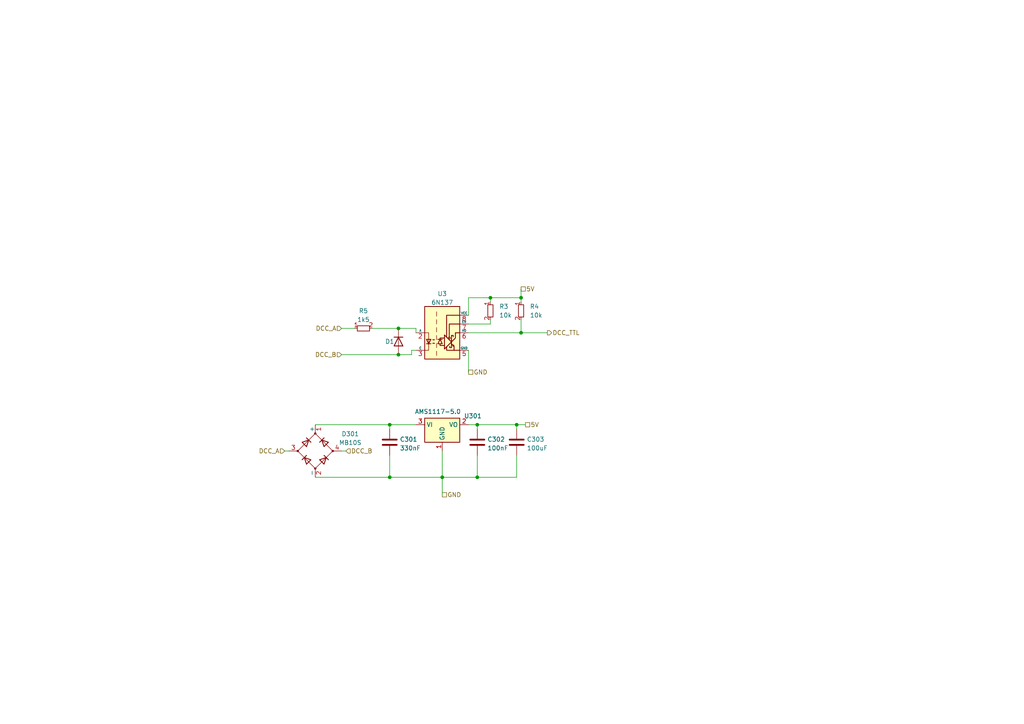
<source format=kicad_sch>
(kicad_sch (version 20231120) (generator "eeschema") (generator_version "8.0")
  (paper "A4")
  (lib_symbols
    (symbol "Device:C" (pin_numbers hide) (pin_names (offset 0.254))
      (property "Reference" "C" (at 0.635 2.54 0))
      (property "Value" "C" (at 0.635 -2.54 0))
      (symbol "C_0_1"
        (polyline (pts (xy -2.032 -0.762) (xy 2.032 -0.762)) (stroke (width 0.508)))
        (polyline (pts (xy -2.032 0.762) (xy 2.032 0.762)) (stroke (width 0.508)))
      )
      (symbol "C_1_1"
        (pin passive line (at 0 3.81 270) (length 2.794) (name "~") (number "1"))
        (pin passive line (at 0 -3.81 90) (length 2.794) (name "~") (number "2"))
      )
    )
    (symbol "Device:D" (pin_numbers hide) (pin_names (offset 1.016) hide)
      (property "Reference" "D" (at 0 2.54 0))
      (property "Value" "D" (at 0 -2.54 0))
      (symbol "D_0_1"
        (polyline (pts (xy -1.27 1.27) (xy -1.27 -1.27)) (stroke (width 0.254)))
        (polyline (pts (xy 1.27 0) (xy -1.27 0)))
        (polyline (pts (xy 1.27 1.27) (xy 1.27 -1.27) (xy -1.27 0) (xy 1.27 1.27)) (stroke (width 0.254)))
      )
      (symbol "D_1_1"
        (pin passive line (at -3.81 0 0) (length 2.54) (name "K") (number "1"))
        (pin passive line (at 3.81 0 180) (length 2.54) (name "A") (number "2"))
      )
    )
    (symbol "Isolator:6N137" (pin_names (offset 0))
      (property "Reference" "U" (at -4.064 8.89 0))
      (property "Value" "6N137" (at 0 -8.89 0))
      (symbol "6N137_0_1"
        (polyline (pts (xy 2.667 -3.556) (xy 2.667 -1.651)) (stroke (width 0.254)))
        (polyline (pts (xy 2.667 -2.159) (xy 2.667 -2.921)) (stroke (width 0.254)))
        (polyline (pts (xy 3.429 -3.937) (xy 3.429 -5.08)) (stroke (width 0.254)))
        (polyline (pts (xy -0.635 -3.302) (xy -0.635 -3.683) (xy 0.635 -3.683)) (stroke (width 0.254)))
        (polyline (pts (xy -0.635 -1.905) (xy -0.635 -1.524) (xy 0.508 -1.524)) (stroke (width 0.254)))
        (polyline (pts (xy 1.27 -4.064) (xy 1.27 -5.08) (xy 5.08 -5.08)) (stroke (width 0.254)))
        (polyline (pts (xy 1.27 -1.27) (xy 1.27 5.08) (xy 5.08 5.08)) (stroke (width 0.254)))
        (polyline (pts (xy 2.032 -1.27) (xy 2.032 2.54) (xy 5.08 2.54)) (stroke (width 0.254)))
        (polyline (pts (xy -5.08 -5.08) (xy -3.937 -5.08) (xy -3.937 0) (xy -5.08 0)))
        (polyline (pts (xy 2.667 -3.302) (xy 2.667 -4.318) (xy 2.159 -4.318) (xy 2.159 -3.937)) (stroke (width 0.254)))
        (polyline (pts (xy 2.667 -2.667) (xy 0.635 -4.699) (xy 0.635 -0.635) (xy 2.667 -2.667)) (stroke (width 0.254)))
        (polyline (pts (xy 2.667 -1.778) (xy 2.667 -0.762) (xy 3.175 -0.762) (xy 3.175 -1.143)) (stroke (width 0.254)))
        (polyline (pts (xy 2.794 -2.54) (xy 3.81 -1.524) (xy 3.81 0) (xy 5.08 0)) (stroke (width 0.254)))
        (polyline (pts (xy 2.667 -3.175) (xy 3.429 -3.937) (xy 3.302 -3.556) (xy 3.048 -3.81) (xy 3.429 -3.937)) (stroke (width 0.254)))
        (circle (center 2.032 -1.524) (radius 0.254) (stroke (width 0.254)))
      )
      (symbol "6N137_1_1"
        (rectangle (start -5.08 7.62) (end 5.08 -7.62) (stroke (width 0.254)) (fill (type background)))
        (polyline (pts (xy -4.572 -3.175) (xy -3.302 -3.175)) (stroke (width 0.254)))
        (polyline (pts (xy -1.651 -5.334) (xy -1.651 -6.604)))
        (polyline (pts (xy -1.651 -3.048) (xy -1.651 -4.318)))
        (polyline (pts (xy -1.651 -0.762) (xy -1.651 -2.032)))
        (polyline (pts (xy -1.651 1.524) (xy -1.651 0.254)))
        (polyline (pts (xy -1.651 3.81) (xy -1.651 2.54)))
        (polyline (pts (xy -1.651 6.096) (xy -1.651 4.826)))
        (polyline (pts (xy -1.27 -1.905) (xy 0 -1.905)) (stroke (width 0.254)))
        (polyline (pts (xy -3.937 -3.175) (xy -4.572 -1.905) (xy -3.302 -1.905) (xy -3.937 -3.175)) (stroke (width 0.254)))
        (polyline (pts (xy -0.635 -1.905) (xy -1.27 -3.175) (xy 0 -3.175) (xy -0.635 -1.905)) (stroke (width 0.254)))
        (polyline (pts (xy -2.921 -3.048) (xy -2.159 -3.048) (xy -2.54 -3.175) (xy -2.54 -2.921) (xy -2.159 -3.048)) (stroke (width 0.127)))
        (polyline (pts (xy -2.921 -2.032) (xy -2.159 -2.032) (xy -2.54 -2.159) (xy -2.54 -1.905) (xy -2.159 -2.032)) (stroke (width 0.127)))
        (pin no_connect line (at -5.08 5.08 0) (length 2.54) hide (name "NC") (number "1"))
        (pin passive line (at -7.62 0 0) (length 2.54) (name "A") (number "2"))
        (pin passive line (at -7.62 -5.08 0) (length 2.54) (name "C") (number "3"))
        (pin power_in line (at 7.62 -5.08 180) (length 2.54) (name "GND") (number "5"))
        (pin open_collector line (at 7.62 0 180) (length 2.54) (name "VO") (number "6"))
        (pin input line (at 7.62 2.54 180) (length 2.54) (name "EN") (number "7"))
        (pin power_in line (at 7.62 5.08 180) (length 2.54) (name "VCC") (number "8"))
      )
    )
    (symbol "custom_kicad_lib_sk:AMS1117-5.0"
      (property "Reference" "U" (at -3.81 3.175 0))
      (property "Value" "AMS1117-5.0" (at 0 3.175 0))
      (symbol "AMS1117-5.0_0_1"
        (rectangle (start -5.08 1.905) (end 5.08 -5.08) (stroke (width 0.254)) (fill (type background)))
      )
      (symbol "AMS1117-5.0_1_1"
        (pin power_in line (at 0 -7.62 90) (length 2.54) (name "GND") (number "1"))
        (pin power_out line (at 7.62 0 180) (length 2.54) (name "VO") (number "2"))
        (pin power_in line (at -7.62 0 0) (length 2.54) (name "VI") (number "3"))
      )
    )
    (symbol "custom_kicad_lib_sk:MB10S" (pin_names (offset 0))
      (property "Reference" "D" (at 2.54 6.985 0))
      (property "Value" "MB10S" (at 2.54 5.08 0))
      (symbol "MB10S_0_1"
        (circle (center -5.08 0) (radius 0.254) (fill (type outline)))
        (circle (center 0 -5.08) (radius 0.254) (fill (type outline)))
        (polyline (pts (xy -2.54 3.81) (xy -1.27 2.54)) (stroke (width 0.254)))
        (polyline (pts (xy -1.27 -2.54) (xy -2.54 -3.81)) (stroke (width 0.254)))
        (polyline (pts (xy 2.54 -1.27) (xy 3.81 -2.54)) (stroke (width 0.254)))
        (polyline (pts (xy 2.54 1.27) (xy 3.81 2.54)) (stroke (width 0.254)))
        (polyline (pts (xy -3.81 2.54) (xy -2.54 1.27) (xy -1.905 3.175) (xy -3.81 2.54)) (stroke (width 0.254)))
        (polyline (pts (xy -2.54 -1.27) (xy -3.81 -2.54) (xy -1.905 -3.175) (xy -2.54 -1.27)) (stroke (width 0.254)))
        (polyline (pts (xy 1.27 2.54) (xy 2.54 3.81) (xy 3.175 1.905) (xy 1.27 2.54)) (stroke (width 0.254)))
        (polyline (pts (xy 3.175 -1.905) (xy 1.27 -2.54) (xy 2.54 -3.81) (xy 3.175 -1.905)) (stroke (width 0.254)))
        (polyline (pts (xy -5.08 0) (xy 0 -5.08) (xy 5.08 0) (xy 0 5.08) (xy -5.08 0)))
        (circle (center 0 5.08) (radius 0.254) (fill (type outline)))
        (circle (center 5.08 0) (radius 0.254) (fill (type outline)))
      )
      (symbol "MB10S_1_1"
        (pin passive line (at 7.62 0 180) (length 2.54) (name "+") (number "1"))
        (pin passive line (at -7.62 0 0) (length 2.54) (name "-") (number "2"))
        (pin passive line (at 0 7.62 270) (length 2.54) (name "~") (number "3"))
        (pin passive line (at 0 -7.62 90) (length 2.54) (name "~") (number "4"))
      )
    )
    (symbol "resistors_0603:R_10k_0603"
      (property "Reference" "R" (at 1.27 2.54 0))
      (property "Value" "10k" (at 2.54 -2.54 0))
      (symbol "R_10k_0603_0_1"
        (rectangle (start -0.762 1.778) (end 0.762 -1.778) (stroke (width 0.2032)))
      )
      (symbol "R_10k_0603_1_1"
        (pin passive line (at 0 2.54 270) (length 0.762) (name "~") (number "1"))
        (pin passive line (at 0 -2.54 90) (length 0.762) (name "~") (number "2"))
      )
    )
    (symbol "resistors_0603:R_1k5_0603"
      (property "Reference" "R" (at 1.27 2.54 0))
      (property "Value" "1k5" (at 2.54 -2.54 0))
      (symbol "R_1k5_0603_0_1"
        (rectangle (start -0.762 1.778) (end 0.762 -1.778) (stroke (width 0.2032)))
      )
      (symbol "R_1k5_0603_1_1"
        (pin passive line (at 0 2.54 270) (length 0.762) (name "~") (number "1"))
        (pin passive line (at 0 -2.54 90) (length 0.762) (name "~") (number "2"))
      )
    )
  )
  (junction (at 138.43 138.43))
  (junction (at 115.57 102.87))
  (junction (at 151.13 96.52))
  (junction (at 115.57 95.25))
  (junction (at 113.03 138.43))
  (junction (at 149.86 123.19))
  (junction (at 151.13 86.36))
  (junction (at 138.43 123.19))
  (junction (at 113.03 123.19))
  (junction (at 142.24 86.36))
  (junction (at 128.27 138.43))
  (wire (pts (xy 151.13 83.82) (xy 151.13 86.36)))
  (wire (pts (xy 135.89 101.6) (xy 135.89 107.95)))
  (wire (pts (xy 149.86 132.08) (xy 149.86 138.43)))
  (wire (pts (xy 113.03 123.19) (xy 120.65 123.19)))
  (wire (pts (xy 138.43 124.46) (xy 138.43 123.19)))
  (wire (pts (xy 82.55 130.81) (xy 83.82 130.81)))
  (wire (pts (xy 151.13 96.52) (xy 158.75 96.52)))
  (wire (pts (xy 142.24 86.36) (xy 142.24 87.63)))
  (wire (pts (xy 142.24 92.71) (xy 142.24 93.98)))
  (wire (pts (xy 128.27 130.81) (xy 128.27 138.43)))
  (wire (pts (xy 151.13 86.36) (xy 151.13 87.63)))
  (wire (pts (xy 113.03 123.19) (xy 113.03 124.46)))
  (wire (pts (xy 135.89 96.52) (xy 151.13 96.52)))
  (wire (pts (xy 128.27 138.43) (xy 138.43 138.43)))
  (wire (pts (xy 142.24 86.36) (xy 151.13 86.36)))
  (wire (pts (xy 115.57 95.25) (xy 120.65 95.25)))
  (wire (pts (xy 149.86 123.19) (xy 152.4 123.19)))
  (wire (pts (xy 128.27 138.43) (xy 128.27 143.51)))
  (wire (pts (xy 91.44 138.43) (xy 113.03 138.43)))
  (wire (pts (xy 115.57 102.87) (xy 119.38 102.87)))
  (wire (pts (xy 135.89 86.36) (xy 142.24 86.36)))
  (wire (pts (xy 113.03 132.08) (xy 113.03 138.43)))
  (wire (pts (xy 119.38 101.6) (xy 119.38 102.87)))
  (wire (pts (xy 99.06 102.87) (xy 115.57 102.87)))
  (wire (pts (xy 138.43 132.08) (xy 138.43 138.43)))
  (wire (pts (xy 120.65 96.52) (xy 120.65 95.25)))
  (wire (pts (xy 138.43 138.43) (xy 149.86 138.43)))
  (wire (pts (xy 149.86 124.46) (xy 149.86 123.19)))
  (wire (pts (xy 138.43 123.19) (xy 149.86 123.19)))
  (wire (pts (xy 135.89 93.98) (xy 142.24 93.98)))
  (wire (pts (xy 135.89 91.44) (xy 135.89 86.36)))
  (wire (pts (xy 135.89 123.19) (xy 138.43 123.19)))
  (wire (pts (xy 91.44 123.19) (xy 113.03 123.19)))
  (wire (pts (xy 99.06 130.81) (xy 100.33 130.81)))
  (wire (pts (xy 113.03 138.43) (xy 128.27 138.43)))
  (wire (pts (xy 107.95 95.25) (xy 115.57 95.25)))
  (wire (pts (xy 151.13 92.71) (xy 151.13 96.52)))
  (wire (pts (xy 99.06 95.25) (xy 102.87 95.25)))
  (wire (pts (xy 120.65 101.6) (xy 119.38 101.6)))
  (hierarchical_label "GND" (shape passive) (at 128.27 143.51 0))
  (hierarchical_label "DCC_A" (shape input) (at 82.55 130.81 180))
  (hierarchical_label "5V" (shape passive) (at 152.4 123.19 0))
  (hierarchical_label "GND" (shape passive) (at 135.89 107.95 0))
  (hierarchical_label "5V" (shape passive) (at 151.13 83.82 0))
  (hierarchical_label "DCC_TTL" (shape output) (at 158.75 96.52 0))
  (hierarchical_label "DCC_B" (shape input) (at 100.33 130.81 0))
  (hierarchical_label "DCC_B" (shape input) (at 99.06 102.87 180))
  (hierarchical_label "DCC_A" (shape input) (at 99.06 95.25 180))
  (symbol (lib_id "custom_kicad_lib_sk:MB10S") (at 91.44 130.81 90) (unit 1)
    (property "Reference" "D301" (at 101.6 125.8568 90))
    (property "Value" "MB10S" (at 101.6 128.3968 90))
    (property "Footprint" "Package_TO_SOT_SMD:TO-269AA" (effects (hide yes)))
    (property "Description" "Diode bridge, +ve/-ve/AC/AC" (effects (hide yes)))
    (property "JLCPCB Part#" "C2488" (effects (hide yes)))
  )
  (symbol (lib_id "custom_kicad_lib_sk:AMS1117-5.0") (at 128.27 123.19 0) (unit 1)
    (property "Reference" "U301" (at 137.16 120.65 0))
    (property "Value" "AMS1117-5.0" (at 127 119.38 0))
    (property "Footprint" "Package_TO_SOT_SMD:SOT-223-3_TabPin2" (effects (hide yes)))
    (property "Datasheet" "http://www.advanced-monolithic.com/pdf/ds1117.pdf" (effects (hide yes)))
    (property "Description" "1A Low Dropout regulator, positive, 5.0V fixed output, SOT-223" (effects (hide yes)))
    (property "JLCPCB Part#" "C6187" (effects (hide yes)))
  )
  (symbol (lib_id "Device:C") (at 138.43 128.27 0) (unit 1)
    (property "Reference" "C302" (at 141.351 127.4353 0) (effects (justify left)))
    (property "Value" "100nF" (at 141.351 129.9722 0) (effects (justify left)))
    (property "Footprint" "Capacitor_SMD:C_0603_1608Metric_Pad1.08x0.95mm_HandSolder" (effects (hide yes)))
    (property "JLCPCB Part#" "C14663" (effects (hide yes)))
  )
  (symbol (lib_id "resistors_0603:R_10k_0603") (at 142.24 90.17 0) (unit 1)
    (property "Reference" "R3" (at 144.78 88.8999 0) (effects (justify left)))
    (property "Value" "10k" (at 144.78 91.4399 0) (effects (justify left)))
    (property "Footprint" "custom_kicad_lib_sk:R_0603_smalltext" (effects (hide yes)))
    (property "JLCPCB Part#" "C25804" (effects (hide yes)))
  )
  (symbol (lib_id "Device:C") (at 149.86 128.27 0) (unit 1)
    (property "Reference" "C303" (at 152.781 127.4353 0) (effects (justify left)))
    (property "Value" "100uF" (at 152.781 129.9722 0) (effects (justify left)))
    (property "Footprint" "Capacitor_SMD:C_1206_3216Metric_Pad1.33x1.80mm_HandSolder" (effects (hide yes)))
    (property "JLCPCB Part#" "C15008" (effects (hide yes)))
  )
  (symbol (lib_id "resistors_0603:R_10k_0603") (at 151.13 90.17 0) (unit 1)
    (property "Reference" "R4" (at 153.67 88.8999 0) (effects (justify left)))
    (property "Value" "10k" (at 153.67 91.4399 0) (effects (justify left)))
    (property "Footprint" "custom_kicad_lib_sk:R_0603_smalltext" (effects (hide yes)))
    (property "JLCPCB Part#" "C25804" (effects (hide yes)))
  )
  (symbol (lib_id "Isolator:6N137") (at 128.27 96.52 0) (unit 1)
    (property "Reference" "U3" (at 128.27 85.2002 0))
    (property "Value" "6N137" (at 128.27 87.7371 0))
    (property "Footprint" "Package_SO:SOP-8_6.62x9.15mm_P2.54mm" (effects (hide yes)))
    (property "Datasheet" "https://datasheet.lcsc.com/szlcsc/1908282202_Everlight-Elec-6N137S1-TA_C110020.pdf" (effects (hide yes)))
    (property "JLCPCB Part#" "C110020" (effects (hide yes)))
  )
  (symbol (lib_id "Device:D") (at 115.57 99.06 270) (unit 1)
    (property "Reference" "D1" (at 113.03 99.06 90))
    (property "Value" "D" (effects (hide yes)))
    (property "Footprint" "Diode_SMD:D_SOD-323" (effects (hide yes)))
    (property "JLCPCB Part#" "C2128" (effects (hide yes)))
  )
  (symbol (lib_id "Device:C") (at 113.03 128.27 0) (unit 1)
    (property "Reference" "C301" (at 115.951 127.4353 0) (effects (justify left)))
    (property "Value" "330nF" (at 115.951 129.9722 0) (effects (justify left)))
    (property "Footprint" "Capacitor_SMD:C_0603_1608Metric_Pad1.08x0.95mm_HandSolder" (effects (hide yes)))
    (property "JLCPCB Part#" "C1615" (effects (hide yes)))
  )
  (symbol (lib_id "resistors_0603:R_1k5_0603") (at 105.41 95.25 90) (unit 1)
    (property "Reference" "R5" (at 105.41 90.17 90))
    (property "Value" "1k5" (at 105.41 92.71 90))
    (property "Footprint" "custom_kicad_lib_sk:R_0603_smalltext" (effects (hide yes)))
    (property "JLCPCB Part#" "C22843" (effects (hide yes)))
  )
)
</source>
